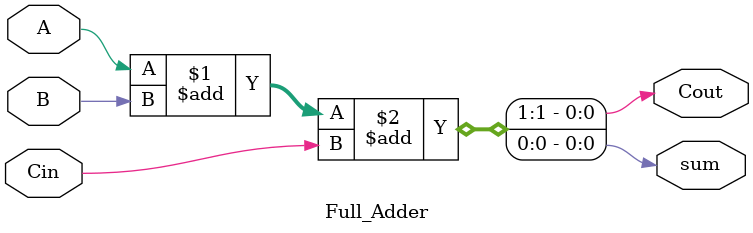
<source format=v>
`timescale 1ns / 1ps
/******************************************************************* 
* 
* Module: Full_Adder.v 
* Project: Arch_proj1 
* Author: Arwa Abdelkarim arwaabdelkarim@aucegypt.edu
          Farida Bey      farida.bey@aucegypt.edu
          
* Description: 
* 
* Change history: 21/10/2024 - Created module at home
**********************************************************************/


module Full_Adder(
    input A, 
    input B, 
    input Cin, 
    output sum,
    output Cout
    );
    
    assign {Cout,sum} = A + B + Cin;
    
endmodule

</source>
